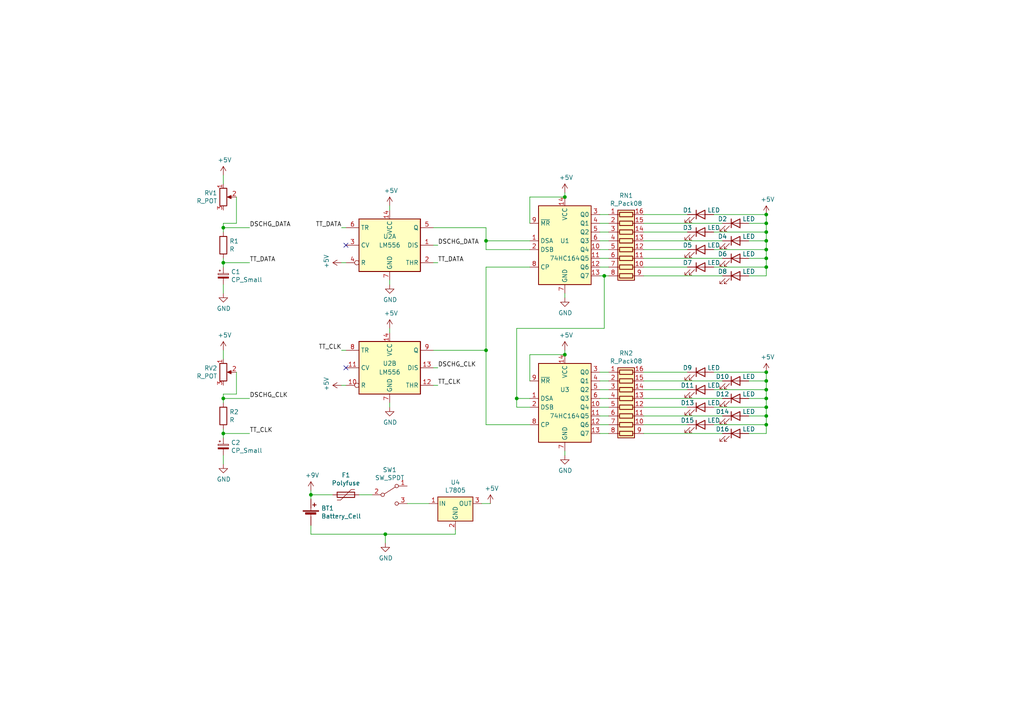
<source format=kicad_sch>
(kicad_sch (version 20211123) (generator eeschema)
  (paper "A4")
  (lib_symbols
    (symbol "74xx:74HC164"
      (property "Reference" "U" (at 1.905 -13.97 0))
      (property "Value" "74HC164" (at 1.905 -16.51 0))
      (symbol "74HC164_0_1"
        (rectangle (start 7.62 10.16) (end -7.62 -12.7) (stroke (width 0.254)) (fill (type background)))
      )
      (symbol "74HC164_1_1"
        (pin input line (at -10.16 0 0) (length 2.54) (name "DSA") (number "1"))
        (pin output line (at 10.16 -2.54 180) (length 2.54) (name "Q4") (number "10"))
        (pin output line (at 10.16 -5.08 180) (length 2.54) (name "Q5") (number "11"))
        (pin output line (at 10.16 -7.62 180) (length 2.54) (name "Q6") (number "12"))
        (pin output line (at 10.16 -10.16 180) (length 2.54) (name "Q7") (number "13"))
        (pin power_in line (at 0 12.7 270) (length 2.54) (name "VCC") (number "14"))
        (pin input line (at -10.16 -2.54 0) (length 2.54) (name "DSB") (number "2"))
        (pin output line (at 10.16 7.62 180) (length 2.54) (name "Q0") (number "3"))
        (pin output line (at 10.16 5.08 180) (length 2.54) (name "Q1") (number "4"))
        (pin output line (at 10.16 2.54 180) (length 2.54) (name "Q2") (number "5"))
        (pin output line (at 10.16 0 180) (length 2.54) (name "Q3") (number "6"))
        (pin power_in line (at 0 -15.24 90) (length 2.54) (name "GND") (number "7"))
        (pin input line (at -10.16 -7.62 0) (length 2.54) (name "CP") (number "8"))
        (pin input line (at -10.16 5.08 0) (length 2.54) (name "~{MR}") (number "9"))
      )
    )
    (symbol "Device:Battery_Cell" (pin_numbers hide) (pin_names (offset 0) hide)
      (property "Reference" "BT" (at 2.54 2.54 0))
      (property "Value" "Battery_Cell" (at 2.54 0 0))
      (symbol "Battery_Cell_0_1"
        (rectangle (start -2.286 1.778) (end 2.286 1.524) (fill (type outline)))
        (rectangle (start -1.5748 1.1938) (end 1.4732 0.6858) (fill (type outline)))
        (polyline (pts (xy 0 0.762) (xy 0 0)))
        (polyline (pts (xy 0 1.778) (xy 0 2.54)))
        (polyline (pts (xy 0.508 3.429) (xy 1.524 3.429)) (stroke (width 0.254)))
        (polyline (pts (xy 1.016 3.937) (xy 1.016 2.921)) (stroke (width 0.254)))
      )
      (symbol "Battery_Cell_1_1"
        (pin passive line (at 0 5.08 270) (length 2.54) (name "+") (number "1"))
        (pin passive line (at 0 -2.54 90) (length 2.54) (name "-") (number "2"))
      )
    )
    (symbol "Device:LED" (pin_numbers hide) (pin_names (offset 1.016) hide)
      (property "Reference" "D" (at 0 2.54 0))
      (property "Value" "LED" (at 0 -2.54 0))
      (symbol "LED_0_1"
        (polyline (pts (xy -1.27 -1.27) (xy -1.27 1.27)) (stroke (width 0.254)))
        (polyline (pts (xy -1.27 0) (xy 1.27 0)))
        (polyline (pts (xy 1.27 -1.27) (xy 1.27 1.27) (xy -1.27 0) (xy 1.27 -1.27)) (stroke (width 0.254)))
        (polyline (pts (xy -3.048 -0.762) (xy -4.572 -2.286) (xy -3.81 -2.286) (xy -4.572 -2.286) (xy -4.572 -1.524)))
        (polyline (pts (xy -1.778 -0.762) (xy -3.302 -2.286) (xy -2.54 -2.286) (xy -3.302 -2.286) (xy -3.302 -1.524)))
      )
      (symbol "LED_1_1"
        (pin passive line (at -3.81 0 0) (length 2.54) (name "K") (number "1"))
        (pin passive line (at 3.81 0 180) (length 2.54) (name "A") (number "2"))
      )
    )
    (symbol "Device:Polyfuse" (pin_numbers hide) (pin_names (offset 0))
      (property "Reference" "F" (at -2.54 0 90))
      (property "Value" "Polyfuse" (at 2.54 0 90))
      (symbol "Polyfuse_0_1"
        (rectangle (start -0.762 2.54) (end 0.762 -2.54) (stroke (width 0.254)))
        (polyline (pts (xy 0 2.54) (xy 0 -2.54)))
        (polyline (pts (xy -1.524 2.54) (xy -1.524 1.524) (xy 1.524 -1.524) (xy 1.524 -2.54)))
      )
      (symbol "Polyfuse_1_1"
        (pin passive line (at 0 3.81 270) (length 1.27) (name "~") (number "1"))
        (pin passive line (at 0 -3.81 90) (length 1.27) (name "~") (number "2"))
      )
    )
    (symbol "Device:R" (pin_numbers hide) (pin_names (offset 0))
      (property "Reference" "R" (at 2.032 0 90))
      (property "Value" "R" (at 0 0 90))
      (symbol "R_0_1"
        (rectangle (start -1.016 -2.54) (end 1.016 2.54) (stroke (width 0.254)))
      )
      (symbol "R_1_1"
        (pin passive line (at 0 3.81 270) (length 1.27) (name "~") (number "1"))
        (pin passive line (at 0 -3.81 90) (length 1.27) (name "~") (number "2"))
      )
    )
    (symbol "Device:R_Pack08" (pin_names (offset 0) hide)
      (property "Reference" "RN" (at -12.7 0 90))
      (property "Value" "R_Pack08" (at 10.16 0 90))
      (symbol "R_Pack08_0_1"
        (rectangle (start -11.43 -2.413) (end 8.89 2.413) (stroke (width 0.254)) (fill (type background)))
        (rectangle (start -10.795 1.905) (end -9.525 -1.905) (stroke (width 0.254)))
        (rectangle (start -8.255 1.905) (end -6.985 -1.905) (stroke (width 0.254)))
        (rectangle (start -5.715 1.905) (end -4.445 -1.905) (stroke (width 0.254)))
        (rectangle (start -3.175 1.905) (end -1.905 -1.905) (stroke (width 0.254)))
        (rectangle (start -0.635 1.905) (end 0.635 -1.905) (stroke (width 0.254)))
        (polyline (pts (xy -10.16 -2.54) (xy -10.16 -1.905)))
        (polyline (pts (xy -10.16 1.905) (xy -10.16 2.54)))
        (polyline (pts (xy -7.62 -2.54) (xy -7.62 -1.905)))
        (polyline (pts (xy -7.62 1.905) (xy -7.62 2.54)))
        (polyline (pts (xy -5.08 -2.54) (xy -5.08 -1.905)))
        (polyline (pts (xy -5.08 1.905) (xy -5.08 2.54)))
        (polyline (pts (xy -2.54 -2.54) (xy -2.54 -1.905)))
        (polyline (pts (xy -2.54 1.905) (xy -2.54 2.54)))
        (polyline (pts (xy 0 -2.54) (xy 0 -1.905)))
        (polyline (pts (xy 0 1.905) (xy 0 2.54)))
        (polyline (pts (xy 2.54 -2.54) (xy 2.54 -1.905)))
        (polyline (pts (xy 2.54 1.905) (xy 2.54 2.54)))
        (polyline (pts (xy 5.08 -2.54) (xy 5.08 -1.905)))
        (polyline (pts (xy 5.08 1.905) (xy 5.08 2.54)))
        (polyline (pts (xy 7.62 -2.54) (xy 7.62 -1.905)))
        (polyline (pts (xy 7.62 1.905) (xy 7.62 2.54)))
        (rectangle (start 1.905 1.905) (end 3.175 -1.905) (stroke (width 0.254)))
        (rectangle (start 4.445 1.905) (end 5.715 -1.905) (stroke (width 0.254)))
        (rectangle (start 6.985 1.905) (end 8.255 -1.905) (stroke (width 0.254)))
      )
      (symbol "R_Pack08_1_1"
        (pin passive line (at -10.16 -5.08 90) (length 2.54) (name "R1.1") (number "1"))
        (pin passive line (at 5.08 5.08 270) (length 2.54) (name "R7.2") (number "10"))
        (pin passive line (at 2.54 5.08 270) (length 2.54) (name "R6.2") (number "11"))
        (pin passive line (at 0 5.08 270) (length 2.54) (name "R5.2") (number "12"))
        (pin passive line (at -2.54 5.08 270) (length 2.54) (name "R4.2") (number "13"))
        (pin passive line (at -5.08 5.08 270) (length 2.54) (name "R3.2") (number "14"))
        (pin passive line (at -7.62 5.08 270) (length 2.54) (name "R2.2") (number "15"))
        (pin passive line (at -10.16 5.08 270) (length 2.54) (name "R1.2") (number "16"))
        (pin passive line (at -7.62 -5.08 90) (length 2.54) (name "R2.1") (number "2"))
        (pin passive line (at -5.08 -5.08 90) (length 2.54) (name "R3.1") (number "3"))
        (pin passive line (at -2.54 -5.08 90) (length 2.54) (name "R4.1") (number "4"))
        (pin passive line (at 0 -5.08 90) (length 2.54) (name "R5.1") (number "5"))
        (pin passive line (at 2.54 -5.08 90) (length 2.54) (name "R6.1") (number "6"))
        (pin passive line (at 5.08 -5.08 90) (length 2.54) (name "R7.1") (number "7"))
        (pin passive line (at 7.62 -5.08 90) (length 2.54) (name "R8.1") (number "8"))
        (pin passive line (at 7.62 5.08 270) (length 2.54) (name "R8.2") (number "9"))
      )
    )
    (symbol "Regulator_Linear:L7805" (pin_names (offset 0.254))
      (property "Reference" "U" (at -3.81 3.175 0))
      (property "Value" "L7805" (at 0 3.175 0))
      (symbol "L7805_0_1"
        (rectangle (start -5.08 1.905) (end 5.08 -5.08) (stroke (width 0.254)) (fill (type background)))
      )
      (symbol "L7805_1_1"
        (pin power_in line (at -7.62 0 0) (length 2.54) (name "IN") (number "1"))
        (pin power_in line (at 0 -7.62 90) (length 2.54) (name "GND") (number "2"))
        (pin power_out line (at 7.62 0 180) (length 2.54) (name "OUT") (number "3"))
      )
    )
    (symbol "Switch:SW_SPDT" (pin_names (offset 0) hide)
      (property "Reference" "SW" (at 0 4.318 0))
      (property "Value" "SW_SPDT" (at 0 -5.08 0))
      (symbol "SW_SPDT_0_0"
        (circle (center -2.032 0) (radius 0.508))
        (circle (center 2.032 -2.54) (radius 0.508))
      )
      (symbol "SW_SPDT_0_1"
        (polyline (pts (xy -1.524 0.254) (xy 1.651 2.286)))
        (circle (center 2.032 2.54) (radius 0.508))
      )
      (symbol "SW_SPDT_1_1"
        (pin passive line (at 5.08 2.54 180) (length 2.54) (name "A") (number "1"))
        (pin passive line (at -5.08 0 0) (length 2.54) (name "B") (number "2"))
        (pin passive line (at 5.08 -2.54 180) (length 2.54) (name "C") (number "3"))
      )
    )
    (symbol "Timer:LM556"
      (property "Reference" "U" (at -10.16 8.89 0))
      (property "Value" "LM556" (at -10.16 -8.89 0))
      (symbol "LM556_0_0"
        (pin power_in line (at 0 10.16 270) (length 2.54) (name "VCC") (number "14"))
        (pin power_in line (at 0 -10.16 90) (length 2.54) (name "GND") (number "7"))
      )
      (symbol "LM556_0_1"
        (rectangle (start -8.89 -7.62) (end 8.89 7.62) (stroke (width 0.254)) (fill (type background)))
        (rectangle (start -8.89 -7.62) (end 8.89 7.62) (stroke (width 0.254)) (fill (type background)))
      )
      (symbol "LM556_1_1"
        (pin input line (at 12.7 0 180) (length 3.81) (name "DIS") (number "1"))
        (pin input line (at 12.7 -5.08 180) (length 3.81) (name "THR") (number "2"))
        (pin input line (at -12.7 0 0) (length 3.81) (name "CV") (number "3"))
        (pin input inverted (at -12.7 -5.08 0) (length 3.81) (name "R") (number "4"))
        (pin output line (at 12.7 5.08 180) (length 3.81) (name "Q") (number "5"))
        (pin input line (at -12.7 5.08 0) (length 3.81) (name "TR") (number "6"))
      )
      (symbol "LM556_2_1"
        (pin input inverted (at -12.7 -5.08 0) (length 3.81) (name "R") (number "10"))
        (pin input line (at -12.7 0 0) (length 3.81) (name "CV") (number "11"))
        (pin input line (at 12.7 -5.08 180) (length 3.81) (name "THR") (number "12"))
        (pin input line (at 12.7 0 180) (length 3.81) (name "DIS") (number "13"))
        (pin input line (at -12.7 5.08 0) (length 3.81) (name "TR") (number "8"))
        (pin output line (at 12.7 5.08 180) (length 3.81) (name "Q") (number "9"))
      )
    )
    (symbol "dcpunks31-rescue:CP_Small-Device" (pin_numbers hide) (pin_names (offset 0.254) hide)
      (property "Reference" "C" (at 0.254 1.778 0))
      (property "Value" "CP_Small-Device" (at 0.254 -2.032 0))
      (symbol "CP_Small-Device_0_1"
        (rectangle (start -1.524 -0.3048) (end 1.524 -0.6858) (fill (type outline)))
        (rectangle (start -1.524 0.6858) (end 1.524 0.3048))
        (polyline (pts (xy -1.27 1.524) (xy -0.762 1.524)))
        (polyline (pts (xy -1.016 1.27) (xy -1.016 1.778)))
      )
      (symbol "CP_Small-Device_1_1"
        (pin passive line (at 0 2.54 270) (length 1.8542) (name "~") (number "1"))
        (pin passive line (at 0 -2.54 90) (length 1.8542) (name "~") (number "2"))
      )
    )
    (symbol "dcpunks31-rescue:R_POT-Device" (pin_names (offset 1.016) hide)
      (property "Reference" "RV" (at -4.445 0 90))
      (property "Value" "R_POT-Device" (at -2.54 0 90))
      (symbol "R_POT-Device_0_1"
        (polyline (pts (xy 2.54 0) (xy 1.524 0)))
        (polyline (pts (xy 1.143 0) (xy 2.286 0.508) (xy 2.286 -0.508) (xy 1.143 0)) (fill (type outline)))
        (rectangle (start 1.016 2.54) (end -1.016 -2.54) (stroke (width 0.254)))
      )
      (symbol "R_POT-Device_1_1"
        (pin passive line (at 0 3.81 270) (length 1.27) (name "1") (number "1"))
        (pin passive line (at 3.81 0 180) (length 1.27) (name "2") (number "2"))
        (pin passive line (at 0 -3.81 90) (length 1.27) (name "3") (number "3"))
      )
    )
    (symbol "power:+5V" (power) (pin_names (offset 0))
      (property "Value" "+5V" (at 0 3.556 0))
      (symbol "+5V_0_1"
        (polyline (pts (xy -0.762 1.27) (xy 0 2.54)))
        (polyline (pts (xy 0 0) (xy 0 2.54)))
        (polyline (pts (xy 0 2.54) (xy 0.762 1.27)))
      )
      (symbol "+5V_1_1"
        (pin power_in line (at 0 0 90) (length 0) hide (name "+5V") (number "1"))
      )
    )
    (symbol "power:+9V" (power) (pin_names (offset 0))
      (property "Value" "+9V" (at 0 3.556 0))
      (symbol "+9V_0_1"
        (polyline (pts (xy -0.762 1.27) (xy 0 2.54)))
        (polyline (pts (xy 0 0) (xy 0 2.54)))
        (polyline (pts (xy 0 2.54) (xy 0.762 1.27)))
      )
      (symbol "+9V_1_1"
        (pin power_in line (at 0 0 90) (length 0) hide (name "+9V") (number "1"))
      )
    )
    (symbol "power:GND" (power) (pin_names (offset 0))
      (property "Value" "GND" (at 0 -3.81 0))
      (symbol "GND_0_1"
        (polyline (pts (xy 0 0) (xy 0 -1.27) (xy 1.27 -1.27) (xy 0 -2.54) (xy -1.27 -1.27) (xy 0 -1.27)))
      )
      (symbol "GND_1_1"
        (pin power_in line (at 0 0 270) (length 0) hide (name "GND") (number "1"))
      )
    )
  )
  (junction (at 111.76 154.94))
  (junction (at 64.77 66.04))
  (junction (at 90.17 143.51))
  (junction (at 222.25 74.93))
  (junction (at 222.25 107.95))
  (junction (at 222.25 77.47))
  (junction (at 222.25 115.57))
  (junction (at 222.25 123.19))
  (junction (at 222.25 69.85))
  (junction (at 222.25 72.39))
  (junction (at 140.97 69.85))
  (junction (at 222.25 62.23))
  (junction (at 64.77 125.73))
  (junction (at 222.25 118.11))
  (junction (at 163.83 102.87))
  (junction (at 222.25 113.03))
  (junction (at 222.25 67.31))
  (junction (at 222.25 120.65))
  (junction (at 64.77 76.2))
  (junction (at 222.25 64.77))
  (junction (at 222.25 110.49))
  (junction (at 163.83 57.15))
  (junction (at 175.26 80.01))
  (junction (at 149.86 115.57))
  (junction (at 64.77 115.57))
  (junction (at 140.97 101.6))
  (no_connect (at 100.33 106.68))
  (no_connect (at 100.33 71.12))
  (wire (pts (xy 140.97 101.6) (xy 140.97 123.19)))
  (wire (pts (xy 64.77 76.2) (xy 64.77 77.47)))
  (wire (pts (xy 222.25 74.93) (xy 222.25 77.47)))
  (wire (pts (xy 186.69 72.39) (xy 199.39 72.39)))
  (wire (pts (xy 217.17 64.77) (xy 222.25 64.77)))
  (wire (pts (xy 140.97 123.19) (xy 153.67 123.19)))
  (wire (pts (xy 163.83 85.09) (xy 163.83 86.36)))
  (wire (pts (xy 186.69 120.65) (xy 209.55 120.65)))
  (wire (pts (xy 222.25 115.57) (xy 222.25 118.11)))
  (wire (pts (xy 64.77 76.2) (xy 72.39 76.2)))
  (wire (pts (xy 64.77 124.46) (xy 64.77 125.73)))
  (wire (pts (xy 125.73 106.68) (xy 127 106.68)))
  (wire (pts (xy 186.69 125.73) (xy 209.55 125.73)))
  (wire (pts (xy 68.58 107.95) (xy 68.58 114.3)))
  (wire (pts (xy 173.99 72.39) (xy 176.53 72.39)))
  (wire (pts (xy 207.01 113.03) (xy 222.25 113.03)))
  (wire (pts (xy 125.73 101.6) (xy 140.97 101.6)))
  (wire (pts (xy 173.99 80.01) (xy 175.26 80.01)))
  (wire (pts (xy 125.73 111.76) (xy 127 111.76)))
  (wire (pts (xy 125.73 71.12) (xy 127 71.12)))
  (wire (pts (xy 222.25 113.03) (xy 222.25 115.57)))
  (wire (pts (xy 186.69 110.49) (xy 209.55 110.49)))
  (wire (pts (xy 186.69 64.77) (xy 209.55 64.77)))
  (wire (pts (xy 222.25 123.19) (xy 222.25 125.73)))
  (wire (pts (xy 173.99 110.49) (xy 176.53 110.49)))
  (wire (pts (xy 113.03 81.28) (xy 113.03 82.55)))
  (wire (pts (xy 125.73 76.2) (xy 127 76.2)))
  (wire (pts (xy 173.99 115.57) (xy 176.53 115.57)))
  (wire (pts (xy 90.17 143.51) (xy 90.17 144.78)))
  (wire (pts (xy 140.97 69.85) (xy 153.67 69.85)))
  (wire (pts (xy 64.77 125.73) (xy 64.77 127)))
  (wire (pts (xy 64.77 132.08) (xy 64.77 134.62)))
  (wire (pts (xy 153.67 57.15) (xy 153.67 64.77)))
  (wire (pts (xy 111.76 154.94) (xy 132.08 154.94)))
  (wire (pts (xy 173.99 67.31) (xy 176.53 67.31)))
  (wire (pts (xy 99.06 76.2) (xy 100.33 76.2)))
  (wire (pts (xy 222.25 118.11) (xy 222.25 120.65)))
  (wire (pts (xy 217.17 110.49) (xy 222.25 110.49)))
  (wire (pts (xy 140.97 77.47) (xy 153.67 77.47)))
  (wire (pts (xy 186.69 113.03) (xy 199.39 113.03)))
  (wire (pts (xy 163.83 130.81) (xy 163.83 132.08)))
  (wire (pts (xy 99.06 111.76) (xy 100.33 111.76)))
  (wire (pts (xy 149.86 115.57) (xy 153.67 115.57)))
  (wire (pts (xy 173.99 113.03) (xy 176.53 113.03)))
  (wire (pts (xy 186.69 115.57) (xy 209.55 115.57)))
  (wire (pts (xy 173.99 77.47) (xy 176.53 77.47)))
  (wire (pts (xy 222.25 80.01) (xy 217.17 80.01)))
  (wire (pts (xy 149.86 95.25) (xy 149.86 115.57)))
  (wire (pts (xy 99.06 66.04) (xy 100.33 66.04)))
  (wire (pts (xy 207.01 72.39) (xy 222.25 72.39)))
  (wire (pts (xy 217.17 74.93) (xy 222.25 74.93)))
  (wire (pts (xy 163.83 101.6) (xy 163.83 102.87)))
  (wire (pts (xy 68.58 114.3) (xy 64.77 114.3)))
  (wire (pts (xy 173.99 118.11) (xy 176.53 118.11)))
  (wire (pts (xy 139.7 146.05) (xy 142.24 146.05)))
  (wire (pts (xy 222.25 69.85) (xy 222.25 72.39)))
  (wire (pts (xy 222.25 120.65) (xy 222.25 123.19)))
  (wire (pts (xy 173.99 74.93) (xy 176.53 74.93)))
  (wire (pts (xy 64.77 115.57) (xy 72.39 115.57)))
  (wire (pts (xy 64.77 101.6) (xy 64.77 104.14)))
  (wire (pts (xy 222.25 72.39) (xy 222.25 74.93)))
  (wire (pts (xy 140.97 66.04) (xy 140.97 69.85)))
  (wire (pts (xy 217.17 115.57) (xy 222.25 115.57)))
  (wire (pts (xy 173.99 120.65) (xy 176.53 120.65)))
  (wire (pts (xy 140.97 72.39) (xy 153.67 72.39)))
  (wire (pts (xy 222.25 77.47) (xy 222.25 80.01)))
  (wire (pts (xy 113.03 59.69) (xy 113.03 60.96)))
  (wire (pts (xy 173.99 107.95) (xy 176.53 107.95)))
  (wire (pts (xy 90.17 154.94) (xy 111.76 154.94)))
  (wire (pts (xy 163.83 57.15) (xy 153.67 57.15)))
  (wire (pts (xy 64.77 82.55) (xy 64.77 85.09)))
  (wire (pts (xy 222.25 125.73) (xy 217.17 125.73)))
  (wire (pts (xy 173.99 125.73) (xy 176.53 125.73)))
  (wire (pts (xy 175.26 80.01) (xy 176.53 80.01)))
  (wire (pts (xy 186.69 69.85) (xy 209.55 69.85)))
  (wire (pts (xy 175.26 80.01) (xy 175.26 95.25)))
  (wire (pts (xy 222.25 110.49) (xy 222.25 113.03)))
  (wire (pts (xy 222.25 62.23) (xy 222.25 64.77)))
  (wire (pts (xy 222.25 67.31) (xy 222.25 69.85)))
  (wire (pts (xy 68.58 64.77) (xy 68.58 57.15)))
  (wire (pts (xy 186.69 67.31) (xy 199.39 67.31)))
  (wire (pts (xy 186.69 62.23) (xy 199.39 62.23)))
  (wire (pts (xy 173.99 64.77) (xy 176.53 64.77)))
  (wire (pts (xy 173.99 62.23) (xy 176.53 62.23)))
  (wire (pts (xy 207.01 77.47) (xy 222.25 77.47)))
  (wire (pts (xy 173.99 69.85) (xy 176.53 69.85)))
  (wire (pts (xy 125.73 66.04) (xy 140.97 66.04)))
  (wire (pts (xy 64.77 64.77) (xy 68.58 64.77)))
  (wire (pts (xy 207.01 62.23) (xy 222.25 62.23)))
  (wire (pts (xy 153.67 102.87) (xy 153.67 110.49)))
  (wire (pts (xy 186.69 74.93) (xy 209.55 74.93)))
  (wire (pts (xy 64.77 66.04) (xy 72.39 66.04)))
  (wire (pts (xy 217.17 69.85) (xy 222.25 69.85)))
  (wire (pts (xy 64.77 114.3) (xy 64.77 115.57)))
  (wire (pts (xy 140.97 69.85) (xy 140.97 72.39)))
  (wire (pts (xy 104.14 143.51) (xy 107.95 143.51)))
  (wire (pts (xy 90.17 152.4) (xy 90.17 154.94)))
  (wire (pts (xy 186.69 123.19) (xy 199.39 123.19)))
  (wire (pts (xy 217.17 120.65) (xy 222.25 120.65)))
  (wire (pts (xy 207.01 107.95) (xy 222.25 107.95)))
  (wire (pts (xy 149.86 115.57) (xy 149.86 118.11)))
  (wire (pts (xy 222.25 107.95) (xy 222.25 110.49)))
  (wire (pts (xy 90.17 143.51) (xy 96.52 143.51)))
  (wire (pts (xy 113.03 116.84) (xy 113.03 118.11)))
  (wire (pts (xy 173.99 123.19) (xy 176.53 123.19)))
  (wire (pts (xy 64.77 125.73) (xy 72.39 125.73)))
  (wire (pts (xy 64.77 64.77) (xy 64.77 66.04)))
  (wire (pts (xy 90.17 142.24) (xy 90.17 143.51)))
  (wire (pts (xy 111.76 154.94) (xy 111.76 157.48)))
  (wire (pts (xy 64.77 115.57) (xy 64.77 116.84)))
  (wire (pts (xy 175.26 95.25) (xy 149.86 95.25)))
  (wire (pts (xy 149.86 118.11) (xy 153.67 118.11)))
  (wire (pts (xy 118.11 146.05) (xy 124.46 146.05)))
  (wire (pts (xy 163.83 55.88) (xy 163.83 57.15)))
  (wire (pts (xy 207.01 118.11) (xy 222.25 118.11)))
  (wire (pts (xy 207.01 67.31) (xy 222.25 67.31)))
  (wire (pts (xy 113.03 95.25) (xy 113.03 96.52)))
  (wire (pts (xy 186.69 80.01) (xy 209.55 80.01)))
  (wire (pts (xy 64.77 74.93) (xy 64.77 76.2)))
  (wire (pts (xy 186.69 107.95) (xy 199.39 107.95)))
  (wire (pts (xy 140.97 101.6) (xy 140.97 77.47)))
  (wire (pts (xy 186.69 77.47) (xy 199.39 77.47)))
  (wire (pts (xy 64.77 66.04) (xy 64.77 67.31)))
  (wire (pts (xy 64.77 50.8) (xy 64.77 53.34)))
  (wire (pts (xy 132.08 154.94) (xy 132.08 153.67)))
  (wire (pts (xy 186.69 118.11) (xy 199.39 118.11)))
  (wire (pts (xy 99.06 101.6) (xy 100.33 101.6)))
  (wire (pts (xy 163.83 102.87) (xy 153.67 102.87)))
  (wire (pts (xy 222.25 64.77) (xy 222.25 67.31)))
  (wire (pts (xy 207.01 123.19) (xy 222.25 123.19)))
  (label "DSCHG_DATA" (at 127 71.12 0))
  (label "TT_DATA" (at 72.39 76.2 0))
  (label "DSCHG_CLK" (at 72.39 115.57 0))
  (label "TT_CLK" (at 127 111.76 0))
  (label "TT_CLK" (at 99.06 101.6 180))
  (label "DSCHG_DATA" (at 72.39 66.04 0))
  (label "TT_DATA" (at 127 76.2 0))
  (label "TT_CLK" (at 72.39 125.73 0))
  (label "DSCHG_CLK" (at 127 106.68 0))
  (label "TT_DATA" (at 99.06 66.04 180))
  (symbol (lib_id "74xx:74HC164") (at 163.83 69.85 0) (unit 1)
    (property "Reference" "U1" (at 163.83 69.85 0))
    (property "Value" "74HC164" (at 163.83 74.93 0))
    (property "Footprint" "Package_SO:SOIC-14_3.9x8.7mm_P1.27mm" (effects hide))
    (property "Datasheet" "https://assets.nexperia.com/documents/data-sheet/74HC_HCT164.pdf" (effects hide))
  )
  (symbol (lib_id "74xx:74HC164") (at 163.83 115.57 0) (unit 1)
    (property "Reference" "U3" (at 163.83 113.03 0))
    (property "Value" "74HC164" (at 163.83 120.65 0))
    (property "Footprint" "Package_SO:SOIC-14_3.9x8.7mm_P1.27mm" (effects hide))
    (property "Datasheet" "https://assets.nexperia.com/documents/data-sheet/74HC_HCT164.pdf" (effects hide))
  )
  (symbol (lib_id "Timer:LM556") (at 113.03 71.12 0) (unit 1)
    (property "Reference" "U2" (at 113.03 68.58 0))
    (property "Value" "LM556" (at 113.03 71.12 0))
    (property "Footprint" "Package_SO:SOIC-14_3.9x8.7mm_P1.27mm" (effects hide))
    (property "Datasheet" "http://www.ti.com/lit/ds/symlink/lm556.pdf" (effects hide))
  )
  (symbol (lib_id "Timer:LM556") (at 113.03 106.68 0) (unit 2)
    (property "Reference" "U2" (at 113.03 105.41 0))
    (property "Value" "LM556" (at 113.03 107.95 0))
    (property "Footprint" "Package_SO:SOIC-14_3.9x8.7mm_P1.27mm" (effects hide))
    (property "Datasheet" "http://www.ti.com/lit/ds/symlink/lm556.pdf" (effects hide))
  )
  (symbol (lib_id "Device:R_Pack08") (at 181.61 118.11 270) (unit 1)
    (property "Reference" "RN2" (at 181.61 102.4382 90))
    (property "Value" "R_Pack08" (at 181.61 104.7496 90))
    (property "Footprint" "Resistor_SMD:R_Array_Convex_8x0602" (effects hide))
  )
  (symbol (lib_id "Device:R_Pack08") (at 181.61 72.39 270) (unit 1)
    (property "Reference" "RN1" (at 181.61 56.7182 90))
    (property "Value" "R_Pack08" (at 181.61 59.0296 90))
    (property "Footprint" "Resistor_SMD:R_Array_Convex_8x0602" (effects hide))
  )
  (symbol (lib_id "power:+5V") (at 113.03 95.25 0) (unit 1)
    (property "Reference" "#PWR0114" (effects hide))
    (property "Value" "+5V" (at 113.411 90.8558 0))
  )
  (symbol (lib_id "Device:LED") (at 203.2 107.95 0) (unit 1)
    (property "Reference" "D9" (at 199.39 106.68 0))
    (property "Value" "LED" (at 207.01 106.68 0))
    (property "Footprint" "LED_THT:LED_D3.0mm" (effects hide))
  )
  (symbol (lib_id "Device:LED") (at 213.36 110.49 0) (unit 1)
    (property "Reference" "D10" (at 209.55 109.22 0))
    (property "Value" "LED" (at 217.17 109.22 0))
    (property "Footprint" "LED_THT:LED_D3.0mm" (effects hide))
  )
  (symbol (lib_id "Device:LED") (at 203.2 113.03 0) (unit 1)
    (property "Reference" "D11" (at 199.39 111.76 0))
    (property "Value" "LED" (at 207.01 111.76 0))
    (property "Footprint" "LED_THT:LED_D3.0mm" (effects hide))
  )
  (symbol (lib_id "Device:LED") (at 213.36 115.57 0) (unit 1)
    (property "Reference" "D12" (at 209.55 114.3 0))
    (property "Value" "LED" (at 217.17 114.3 0))
    (property "Footprint" "LED_THT:LED_D3.0mm" (effects hide))
  )
  (symbol (lib_id "Device:LED") (at 203.2 118.11 0) (unit 1)
    (property "Reference" "D13" (at 199.39 116.84 0))
    (property "Value" "LED" (at 207.01 116.84 0))
    (property "Footprint" "LED_THT:LED_D3.0mm" (effects hide))
  )
  (symbol (lib_id "power:+5V") (at 113.03 59.69 0) (unit 1)
    (property "Reference" "#PWR0106" (effects hide))
    (property "Value" "+5V" (at 113.411 55.2958 0))
  )
  (symbol (lib_id "Device:LED") (at 213.36 120.65 0) (unit 1)
    (property "Reference" "D14" (at 209.55 119.38 0))
    (property "Value" "LED" (at 217.17 119.38 0))
    (property "Footprint" "LED_THT:LED_D3.0mm" (effects hide))
  )
  (symbol (lib_id "Device:LED") (at 203.2 123.19 0) (unit 1)
    (property "Reference" "D15" (at 199.39 121.92 0))
    (property "Value" "LED" (at 207.01 121.92 0))
    (property "Footprint" "LED_THT:LED_D3.0mm" (effects hide))
  )
  (symbol (lib_id "power:GND") (at 113.03 82.55 0) (unit 1)
    (property "Reference" "#PWR0107" (effects hide))
    (property "Value" "GND" (at 113.157 86.9442 0))
  )
  (symbol (lib_id "Device:LED") (at 213.36 125.73 0) (unit 1)
    (property "Reference" "D16" (at 209.55 124.46 0))
    (property "Value" "LED" (at 217.17 124.46 0))
    (property "Footprint" "LED_THT:LED_D3.0mm" (effects hide))
  )
  (symbol (lib_id "power:+5V") (at 222.25 107.95 0) (unit 1)
    (property "Reference" "#PWR0110" (effects hide))
    (property "Value" "+5V" (at 222.631 103.5558 0))
  )
  (symbol (lib_id "power:GND") (at 113.03 118.11 0) (unit 1)
    (property "Reference" "#PWR0104" (effects hide))
    (property "Value" "GND" (at 113.157 122.5042 0))
  )
  (symbol (lib_id "power:+5V") (at 99.06 76.2 90) (unit 1)
    (property "Reference" "#PWR0105" (effects hide))
    (property "Value" "+5V" (at 94.6658 75.819 0))
  )
  (symbol (lib_id "Device:LED") (at 203.2 62.23 0) (unit 1)
    (property "Reference" "D1" (at 199.39 60.96 0))
    (property "Value" "LED" (at 207.01 60.96 0))
    (property "Footprint" "LED_THT:LED_D3.0mm" (effects hide))
  )
  (symbol (lib_id "Device:LED") (at 213.36 64.77 0) (unit 1)
    (property "Reference" "D2" (at 209.55 63.5 0))
    (property "Value" "LED" (at 217.17 63.5 0))
    (property "Footprint" "LED_THT:LED_D3.0mm" (effects hide))
  )
  (symbol (lib_id "Device:LED") (at 203.2 67.31 0) (unit 1)
    (property "Reference" "D3" (at 199.39 66.04 0))
    (property "Value" "LED" (at 207.01 66.04 0))
    (property "Footprint" "LED_THT:LED_D3.0mm" (effects hide))
  )
  (symbol (lib_id "Device:LED") (at 213.36 69.85 0) (unit 1)
    (property "Reference" "D4" (at 209.55 68.58 0))
    (property "Value" "LED" (at 217.17 68.58 0))
    (property "Footprint" "LED_THT:LED_D3.0mm" (effects hide))
  )
  (symbol (lib_id "Device:LED") (at 203.2 72.39 0) (unit 1)
    (property "Reference" "D5" (at 199.39 71.12 0))
    (property "Value" "LED" (at 207.01 71.12 0))
    (property "Footprint" "LED_THT:LED_D3.0mm" (effects hide))
  )
  (symbol (lib_id "Device:LED") (at 213.36 74.93 0) (unit 1)
    (property "Reference" "D6" (at 209.55 73.66 0))
    (property "Value" "LED" (at 217.17 73.66 0))
    (property "Footprint" "LED_THT:LED_D3.0mm" (effects hide))
  )
  (symbol (lib_id "Device:LED") (at 203.2 77.47 0) (unit 1)
    (property "Reference" "D7" (at 199.39 76.2 0))
    (property "Value" "LED" (at 207.01 76.2 0))
    (property "Footprint" "LED_THT:LED_D3.0mm" (effects hide))
  )
  (symbol (lib_id "Device:LED") (at 213.36 80.01 0) (unit 1)
    (property "Reference" "D8" (at 209.55 78.74 0))
    (property "Value" "LED" (at 217.17 78.74 0))
    (property "Footprint" "LED_THT:LED_D3.0mm" (effects hide))
  )
  (symbol (lib_id "power:+5V") (at 222.25 62.23 0) (unit 1)
    (property "Reference" "#PWR0115" (effects hide))
    (property "Value" "+5V" (at 222.631 57.8358 0))
  )
  (symbol (lib_id "power:+5V") (at 163.83 101.6 0) (unit 1)
    (property "Reference" "#PWR0111" (effects hide))
    (property "Value" "+5V" (at 164.211 97.2058 0))
  )
  (symbol (lib_id "power:+5V") (at 99.06 111.76 90) (unit 1)
    (property "Reference" "#PWR0118" (effects hide))
    (property "Value" "+5V" (at 94.6658 111.379 0))
  )
  (symbol (lib_id "power:GND") (at 163.83 132.08 0) (unit 1)
    (property "Reference" "#PWR0102" (effects hide))
    (property "Value" "GND" (at 163.957 136.4742 0))
  )
  (symbol (lib_id "Device:R") (at 64.77 120.65 0) (unit 1)
    (property "Reference" "R2" (at 66.548 119.4816 0) (effects (justify left)))
    (property "Value" "R" (at 66.548 121.793 0) (effects (justify left)))
    (property "Footprint" "Resistor_SMD:R_0805_2012Metric_Pad1.20x1.40mm_HandSolder" (effects hide))
  )
  (symbol (lib_id "dcpunks31-rescue:CP_Small-Device") (at 64.77 129.54 0) (unit 1)
    (property "Reference" "C2" (at 67.0052 128.3716 0) (effects (justify left)))
    (property "Value" "CP_Small" (at 67.0052 130.683 0) (effects (justify left)))
    (property "Footprint" "Capacitor_SMD:CP_Elec_8x5.4" (effects hide))
  )
  (symbol (lib_id "power:+5V") (at 64.77 101.6 0) (unit 1)
    (property "Reference" "#PWR0117" (effects hide))
    (property "Value" "+5V" (at 65.151 97.2058 0))
  )
  (symbol (lib_id "power:GND") (at 64.77 134.62 0) (unit 1)
    (property "Reference" "#PWR0119" (effects hide))
    (property "Value" "GND" (at 64.897 139.0142 0))
  )
  (symbol (lib_id "power:GND") (at 163.83 86.36 0) (unit 1)
    (property "Reference" "#PWR0112" (effects hide))
    (property "Value" "GND" (at 163.957 90.7542 0))
  )
  (symbol (lib_id "power:+5V") (at 163.83 55.88 0) (unit 1)
    (property "Reference" "#PWR0113" (effects hide))
    (property "Value" "+5V" (at 164.211 51.4858 0))
  )
  (symbol (lib_id "Device:R") (at 64.77 71.12 0) (unit 1)
    (property "Reference" "R1" (at 66.548 69.9516 0) (effects (justify left)))
    (property "Value" "R" (at 66.548 72.263 0) (effects (justify left)))
    (property "Footprint" "Resistor_SMD:R_0805_2012Metric_Pad1.20x1.40mm_HandSolder" (effects hide))
  )
  (symbol (lib_id "dcpunks31-rescue:CP_Small-Device") (at 64.77 80.01 0) (unit 1)
    (property "Reference" "C1" (at 67.0052 78.8416 0) (effects (justify left)))
    (property "Value" "CP_Small" (at 67.0052 81.153 0) (effects (justify left)))
    (property "Footprint" "Capacitor_SMD:CP_Elec_8x5.4" (effects hide))
  )
  (symbol (lib_id "power:+5V") (at 64.77 50.8 0) (unit 1)
    (property "Reference" "#PWR0108" (effects hide))
    (property "Value" "+5V" (at 65.151 46.4058 0))
  )
  (symbol (lib_id "power:GND") (at 64.77 85.09 0) (unit 1)
    (property "Reference" "#PWR0109" (effects hide))
    (property "Value" "GND" (at 64.897 89.4842 0))
  )
  (symbol (lib_id "dcpunks31-rescue:R_POT-Device") (at 64.77 107.95 0) (unit 1)
    (property "Reference" "RV2" (at 63.0174 106.7816 0) (effects (justify right)))
    (property "Value" "R_POT" (at 63.0174 109.093 0) (effects (justify right)))
    (property "Footprint" "dcpunks31:TRIM_3306F-1-103" (effects hide))
  )
  (symbol (lib_id "dcpunks31-rescue:R_POT-Device") (at 64.77 57.15 0) (unit 1)
    (property "Reference" "RV1" (at 63.0174 55.9816 0) (effects (justify right)))
    (property "Value" "R_POT" (at 63.0174 58.293 0) (effects (justify right)))
    (property "Footprint" "dcpunks31:TRIM_3306F-1-103" (effects hide))
  )
  (symbol (lib_id "Switch:SW_SPDT") (at 113.03 143.51 0) (unit 1)
    (property "Reference" "SW1" (at 113.03 136.271 0))
    (property "Value" "SW_SPDT" (at 113.03 138.5824 0))
    (property "Footprint" "Button_Switch_THT:SW_E-Switch_EG1224_SPDT_Angled" (effects hide))
  )
  (symbol (lib_id "Device:Polyfuse") (at 100.33 143.51 270) (unit 1)
    (property "Reference" "F1" (at 100.33 137.795 90))
    (property "Value" "Polyfuse" (at 100.33 140.1064 90))
    (property "Footprint" "Fuse:Fuse_Bourns_MF-RG400" (effects hide))
  )
  (symbol (lib_id "power:+9V") (at 90.17 142.24 0) (unit 1)
    (property "Reference" "#PWR0116" (effects hide))
    (property "Value" "+9V" (at 90.551 137.8458 0))
  )
  (symbol (lib_id "Device:Battery_Cell") (at 90.17 149.86 0) (unit 1)
    (property "Reference" "BT1" (at 93.1672 147.4216 0) (effects (justify left)))
    (property "Value" "Battery_Cell" (at 93.1672 149.733 0) (effects (justify left)))
    (property "Footprint" "dcpunks31:BAT_BH9VPC" (effects hide))
  )
  (symbol (lib_id "Regulator_Linear:L7805") (at 132.08 146.05 0) (unit 1)
    (property "Reference" "U4" (at 132.08 139.9032 0))
    (property "Value" "L7805" (at 132.08 142.2146 0))
    (property "Footprint" "Package_TO_SOT_SMD:TO-252-2" (effects hide))
    (property "Datasheet" "http://www.st.com/content/ccc/resource/technical/document/datasheet/41/4f/b3/b0/12/d4/47/88/CD00000444.pdf/files/CD00000444.pdf/jcr:content/translations/en.CD00000444.pdf" (effects hide))
  )
  (symbol (lib_id "power:GND") (at 111.76 157.48 0) (unit 1)
    (property "Reference" "#PWR0101" (effects hide))
    (property "Value" "GND" (at 111.887 161.8742 0))
  )
  (symbol (lib_id "power:+5V") (at 142.24 146.05 0) (unit 1)
    (property "Reference" "#PWR0103" (effects hide))
    (property "Value" "+5V" (at 142.621 141.6558 0))
  )
)
</source>
